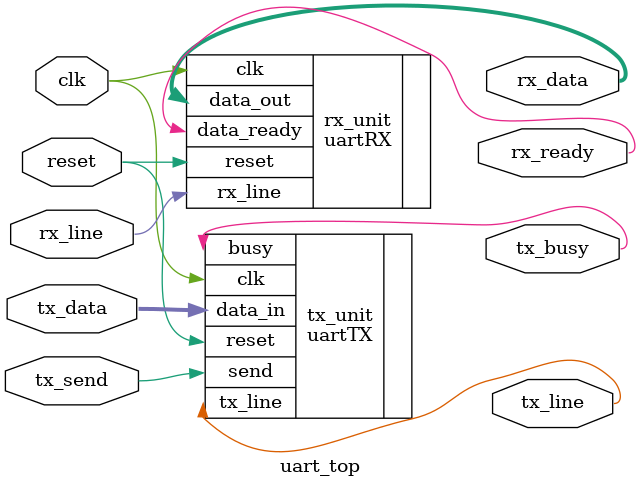
<source format=v>
module uart_top # (parameter clk_freq = 1000000,
parameter baud_rate = 9600)(input clk, reset,
    input [7:0] tx_data, 
    input tx_send, 
    output tx_line, 
    output tx_busy,
    
    input rx_line,
    output [7:0] rx_data,
    output  rx_ready
    );
    
    uartTX #(.clk_freq(clk_freq), .baud_rate(baud_rate)) tx_unit (.clk(clk), .reset(reset)
    ,.send(tx_send), .data_in(tx_data), .busy(tx_busy), .tx_line(tx_line) );
    
     uartRX #(.clk_freq(clk_freq), .baud_rate(baud_rate)) rx_unit (.clk(clk), .reset(reset),
     .rx_line(rx_line), .data_out(rx_data), .data_ready(rx_ready));

endmodule

</source>
